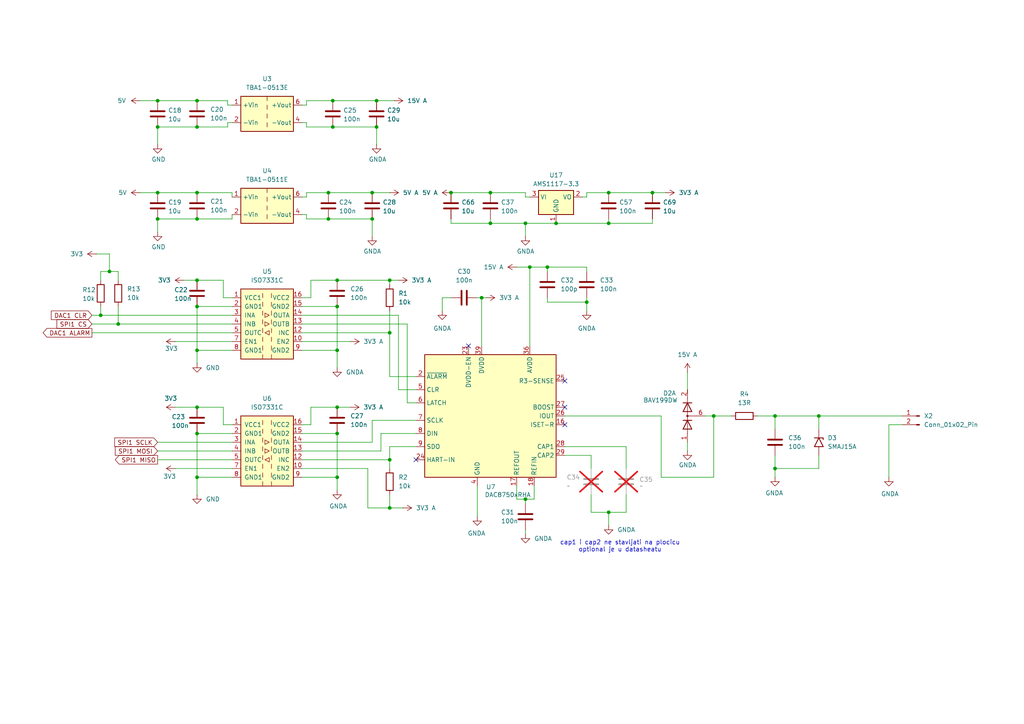
<source format=kicad_sch>
(kicad_sch (version 20250114) (generator "eeschema") (generator_version "9.0")
  (paper "A4")
  (title_block (title "Analogni izlaz 4 - 20 mA") (date "2025-05-20") (rev "V1") (company "TVZ"))
  (lib_symbols
    (symbol "Analog_DAC:DAC8750xRHA"
      (property "Reference" "U2" (at 2.54 -20.574 0))
      (property "Value" "DAC8750xRHA" (at 2.1433 -22.86 0))
      (symbol "DAC8750xRHA_1_1"
        (rectangle (start -15.24 17.78) (end 22.86 -17.78) (stroke (width 0.254)) (fill (type background)))
        (pin open_collector line (at -17.78 11.43 0) (length 2.54) (name "~{ALARM}") (number "2"))
        (pin input line (at -17.78 7.62 0) (length 2.54) (name "CLR") (number "5"))
        (pin input line (at -17.78 3.81 0) (length 2.54) (name "LATCH") (number "6"))
        (pin input line (at -17.78 -1.27 0) (length 2.54) (name "SCLK") (number "7"))
        (pin input line (at -17.78 -5.08 0) (length 2.54) (name "DIN") (number "8"))
        (pin output line (at -17.78 -8.89 0) (length 2.54) (name "SDO") (number "9"))
        (pin input line (at -17.78 -12.7 0) (length 2.54) (name "HART-IN") (number "24"))
        (pin no_connect line (at -10.16 2.54 0) (length 2.54) (hide yes) (name "NC") (number "21"))
        (pin no_connect line (at -10.16 -2.54 0) (length 2.54) (hide yes) (name "NC") (number "1"))
        (pin no_connect line (at -10.16 -7.62 0) (length 2.54) (hide yes) (name "NC") (number "40"))
        (pin no_connect line (at -10.16 -10.16 0) (length 2.54) (hide yes) (name "NC") (number "38"))
        (pin no_connect line (at -10.16 -12.7 0) (length 2.54) (hide yes) (name "NC") (number "10"))
        (pin no_connect line (at -5.08 17.78 270) (length 2.54) (hide yes) (name "NC") (number "11"))
        (pin no_connect line (at -5.08 -17.78 90) (length 2.54) (hide yes) (name "NC") (number "30"))
        (pin input line (at -2.54 20.32 270) (length 2.54) (name "DVDD-EN") (number "23"))
        (pin no_connect line (at -2.54 17.78 270) (length 2.54) (hide yes) (name "NC") (number "22"))
        (pin no_connect line (at -2.54 -17.78 90) (length 2.54) (hide yes) (name "NC") (number "31"))
        (pin passive line (at 0 -20.32 90) (length 2.54) (hide yes) (name "GND") (number "12"))
        (pin passive line (at 0 -20.32 90) (length 2.54) (hide yes) (name "GND") (number "13"))
        (pin passive line (at 0 -20.32 90) (length 2.54) (hide yes) (name "GND") (number "14"))
        (pin passive line (at 0 -20.32 90) (length 2.54) (hide yes) (name "GND") (number "15"))
        (pin passive line (at 0 -20.32 90) (length 2.54) (hide yes) (name "GND") (number "3"))
        (pin passive line (at 0 -20.32 90) (length 2.54) (hide yes) (name "GND") (number "37"))
        (pin power_in line (at 0 -20.32 90) (length 2.54) (name "GND") (number "4"))
        (pin passive line (at 0 -20.32 90) (length 2.54) (hide yes) (name "GND") (number "41"))
        (pin power_in line (at 1.27 20.32 270) (length 2.54) (name "DVDD") (number "39"))
        (pin no_connect line (at 2.54 -17.78 90) (length 2.54) (hide yes) (name "NC") (number "32"))
        (pin no_connect line (at 5.08 -17.78 90) (length 2.54) (hide yes) (name "NC") (number "33"))
        (pin no_connect line (at 10.16 10.16 180) (length 2.54) (hide yes) (name "NC") (number "20"))
        (pin no_connect line (at 10.16 5.08 180) (length 2.54) (hide yes) (name "NC") (number "35"))
        (pin no_connect line (at 10.16 2.54 180) (length 2.54) (hide yes) (name "NC") (number "34"))
        (pin no_connect line (at 10.16 -7.62 180) (length 2.54) (hide yes) (name "NC") (number "19"))
        (pin output line (at 11.43 -20.32 90) (length 2.54) (name "REFOUT") (number "17"))
        (pin power_in line (at 15.24 20.32 270) (length 2.54) (name "AVDD") (number "36"))
        (pin input line (at 16.51 -20.32 90) (length 2.54) (name "REFIN") (number "18"))
        (pin output line (at 25.4 10.16 180) (length 2.54) (name "R3-SENSE") (number "25"))
        (pin output line (at 25.4 2.54 180) (length 2.54) (name "BOOST") (number "27"))
        (pin output line (at 25.4 0 180) (length 2.54) (name "IOUT") (number "26"))
        (pin passive line (at 25.4 -2.54 180) (length 2.54) (name "ISET-R") (number "16"))
        (pin passive line (at 25.4 -8.89 180) (length 2.54) (name "CAP1") (number "28"))
        (pin passive line (at 25.4 -11.43 180) (length 2.54) (name "CAP2") (number "29"))
      )
    )
    (symbol "Connector:Conn_01x02_Pin" (pin_names (offset 1.016) (hide yes))
      (property "Reference" "J" (at 0 2.54 0))
      (property "Value" "Conn_01x02_Pin" (at 0 -5.08 0))
      (symbol "Conn_01x02_Pin_1_1"
        (rectangle (start 0.8636 0.127) (end 0 -0.127) (stroke (width 0.1524)) (fill (type outline)))
        (rectangle (start 0.8636 -2.413) (end 0 -2.667) (stroke (width 0.1524)) (fill (type outline)))
        (polyline (pts (xy 1.27 0) (xy 0.8636 0)) (stroke (width 0.1524)))
        (polyline (pts (xy 1.27 -2.54) (xy 0.8636 -2.54)) (stroke (width 0.1524)))
        (pin passive line (at 5.08 0 180) (length 3.81) (name "Pin_1") (number "1"))
        (pin passive line (at 5.08 -2.54 180) (length 3.81) (name "Pin_2") (number "2"))
      )
    )
    (symbol "Converter_DCDC:TBA1-0511E"
      (property "Reference" "U" (at -6.35 6.35 0))
      (property "Value" "TBA1-0511E" (at 2.54 6.35 0))
      (symbol "TBA1-0511E_0_1"
        (rectangle (start -7.62 5.08) (end 7.62 -5.08) (stroke (width 0.254)) (fill (type background)))
        (polyline (pts (xy 0 5.08) (xy 0 3.81)))
        (polyline (pts (xy 0 2.54) (xy 0 1.27)))
        (polyline (pts (xy 0 0) (xy 0 -1.27)))
        (polyline (pts (xy 0 -2.54) (xy 0 -3.81)))
      )
      (symbol "TBA1-0511E_1_1"
        (pin power_in line (at -10.16 2.54 0) (length 2.54) (name "+Vin") (number "1"))
        (pin power_in line (at -10.16 -2.54 0) (length 2.54) (name "-Vin") (number "2"))
        (pin power_out line (at 10.16 2.54 180) (length 2.54) (name "+Vout") (number "6"))
        (pin power_out line (at 10.16 -2.54 180) (length 2.54) (name "-Vout") (number "4"))
      )
    )
    (symbol "Converter_DCDC:TBA1-0513E"
      (property "Reference" "U" (at -6.35 6.35 0))
      (property "Value" "TBA1-0513E" (at 2.54 6.35 0))
      (symbol "TBA1-0513E_0_1"
        (rectangle (start -7.62 5.08) (end 7.62 -5.08) (stroke (width 0.254)) (fill (type background)))
        (polyline (pts (xy 0 5.08) (xy 0 3.81)))
        (polyline (pts (xy 0 2.54) (xy 0 1.27)))
        (polyline (pts (xy 0 0) (xy 0 -1.27)))
        (polyline (pts (xy 0 -2.54) (xy 0 -3.81)))
      )
      (symbol "TBA1-0513E_1_1"
        (pin power_in line (at -10.16 2.54 0) (length 2.54) (name "+Vin") (number "1"))
        (pin power_in line (at -10.16 -2.54 0) (length 2.54) (name "-Vin") (number "2"))
        (pin power_out line (at 10.16 2.54 180) (length 2.54) (name "+Vout") (number "6"))
        (pin power_out line (at 10.16 -2.54 180) (length 2.54) (name "-Vout") (number "4"))
      )
    )
    (symbol "Device:C" (pin_numbers (hide yes)) (pin_names (offset 0.254))
      (property "Reference" "C" (at 0.635 2.54 0))
      (property "Value" "C" (at 0.635 -2.54 0))
      (symbol "C_0_1"
        (polyline (pts (xy -2.032 0.762) (xy 2.032 0.762)) (stroke (width 0.508)))
        (polyline (pts (xy -2.032 -0.762) (xy 2.032 -0.762)) (stroke (width 0.508)))
      )
      (symbol "C_1_1"
        (pin passive line (at 0 3.81 270) (length 2.794) (name "~") (number "1"))
        (pin passive line (at 0 -3.81 90) (length 2.794) (name "~") (number "2"))
      )
    )
    (symbol "Device:R" (pin_numbers (hide yes)) (pin_names (offset 0))
      (property "Reference" "R" (at 2.032 0 90))
      (property "Value" "R" (at 0 0 90))
      (symbol "R_0_1"
        (rectangle (start -1.016 -2.54) (end 1.016 2.54) (stroke (width 0.254)))
      )
      (symbol "R_1_1"
        (pin passive line (at 0 3.81 270) (length 1.27) (name "~") (number "1"))
        (pin passive line (at 0 -3.81 90) (length 1.27) (name "~") (number "2"))
      )
    )
    (symbol "Diode:BAV199DW" (pin_names (offset 0.0254) (hide yes))
      (property "Reference" "D" (at 0 2.54 0))
      (property "Value" "BAV199DW" (at 0 5.08 0))
      (symbol "BAV199DW_0_1"
        (polyline (pts (xy -5.08 0) (xy 5.08 0)))
        (polyline (pts (xy -3.81 1.27) (xy -1.27 0) (xy -3.81 -1.27) (xy -3.81 1.27) (xy -3.81 1.27) (xy -3.81 1.27)) (stroke (width 0.254)))
        (polyline (pts (xy -1.27 -1.27) (xy -1.27 1.27) (xy -1.27 1.27)) (stroke (width 0.254)))
        (polyline (pts (xy 0 0) (xy 0 -2.54)))
        (circle (center 0 0) (radius 0.254) (fill (type outline)))
        (polyline (pts (xy 1.27 1.27) (xy 3.81 0) (xy 1.27 -1.27) (xy 1.27 1.27) (xy 1.27 1.27) (xy 1.27 1.27)) (stroke (width 0.254)))
        (polyline (pts (xy 3.81 1.27) (xy 3.81 -1.27) (xy 3.81 -1.27)) (stroke (width 0.254)))
      )
      (symbol "BAV199DW_1_1"
        (polyline (pts (xy 6.35 0) (xy 7.62 0)))
        (pin passive line (at -7.62 0 0) (length 2.54) (name "A1") (number "1"))
        (pin passive line (at 0 -5.08 90) (length 2.54) (name "K3A4") (number "6"))
        (pin passive line (at 7.62 0 180) (length 2.54) (name "K2") (number "2"))
      )
      (symbol "BAV199DW_2_1"
        (polyline (pts (xy 6.35 0) (xy 7.62 0)))
        (pin passive line (at -7.62 0 0) (length 2.54) (name "A3") (number "4"))
        (pin passive line (at 0 -5.08 90) (length 2.54) (name "K1A2") (number "3"))
        (pin passive line (at 7.62 0 180) (length 2.54) (name "K4") (number "5"))
      )
    )
    (symbol "Diode:SMAJ15A" (pin_numbers (hide yes)) (pin_names (offset 1.016) (hide yes))
      (property "Reference" "D" (at 0 2.54 0))
      (property "Value" "SMAJ15A" (at 0 -2.54 0))
      (symbol "SMAJ15A_0_1"
        (polyline (pts (xy -0.762 1.27) (xy -1.27 1.27) (xy -1.27 -1.27)) (stroke (width 0.254)))
        (polyline (pts (xy 1.27 1.27) (xy 1.27 -1.27) (xy -1.27 0) (xy 1.27 1.27)) (stroke (width 0.254)))
      )
      (symbol "SMAJ15A_1_1"
        (pin passive line (at -3.81 0 0) (length 2.54) (name "A1") (number "1"))
        (pin passive line (at 3.81 0 180) (length 2.54) (name "A2") (number "2"))
      )
    )
    (symbol "ISO7331C_1" (pin_names (offset 1.016))
      (property "Reference" "U7" (at 0 26.67 0))
      (property "Value" "ISO7331C" (at 0 24.13 0))
      (symbol "ISO7331C_1_0_1"
        (rectangle (start -7.62 10.16) (end 7.62 -10.16) (stroke (width 0.254)) (fill (type background)))
        (polyline (pts (xy -1.27 8.89) (xy -1.27 7.62)))
        (polyline (pts (xy -1.27 6.35) (xy -1.27 5.08)))
        (polyline (pts (xy -1.27 3.81) (xy -1.27 2.54)))
        (polyline (pts (xy -1.27 1.27) (xy -1.27 0)))
        (polyline (pts (xy -1.27 -1.27) (xy -1.27 -2.54)))
        (polyline (pts (xy -1.27 -3.81) (xy -1.27 -5.08)))
        (polyline (pts (xy -1.27 -6.35) (xy -1.27 -7.62)))
        (polyline (pts (xy -1.27 -8.89) (xy -1.27 -10.16)))
        (polyline (pts (xy -0.635 3.175) (xy -0.635 1.905) (xy 0.635 2.54) (xy -0.635 3.175)))
        (polyline (pts (xy -0.635 0.635) (xy -0.635 -0.635) (xy 0.635 0) (xy -0.635 0.635)))
        (polyline (pts (xy -0.635 -2.54) (xy 0.635 -1.905) (xy 0.635 -3.175) (xy -0.635 -2.54)))
        (polyline (pts (xy 1.27 8.89) (xy 1.27 7.62)))
        (polyline (pts (xy 1.27 6.35) (xy 1.27 5.08)))
        (polyline (pts (xy 1.27 3.81) (xy 1.27 2.54)))
        (polyline (pts (xy 1.27 1.27) (xy 1.27 0)))
        (polyline (pts (xy 1.27 -1.27) (xy 1.27 -2.54)))
        (polyline (pts (xy 1.27 -3.81) (xy 1.27 -5.08)))
        (polyline (pts (xy 1.27 -6.35) (xy 1.27 -7.62)))
        (polyline (pts (xy 1.27 -8.89) (xy 1.27 -10.16)))
      )
      (symbol "ISO7331C_1_1_1"
        (pin power_in line (at -10.16 7.62 0) (length 2.54) (name "VCC1") (number "1"))
        (pin power_in line (at -10.16 5.08 0) (length 2.54) (name "GND1") (number "2"))
        (pin input line (at -10.16 2.54 0) (length 2.54) (name "INA") (number "3"))
        (pin input line (at -10.16 0 0) (length 2.54) (name "INB") (number "4"))
        (pin output line (at -10.16 -2.54 0) (length 2.54) (name "OUTC") (number "5"))
        (pin input line (at -10.16 -5.08 0) (length 2.54) (name "EN1") (number "7"))
        (pin power_in line (at -10.16 -7.62 0) (length 2.54) (name "GND1") (number "8"))
        (pin no_connect line (at 0 10.16 270) (length 2.54) (hide yes) (name "NC") (number "11"))
        (pin no_connect line (at 0 -10.16 90) (length 2.54) (hide yes) (name "NC") (number "6"))
        (pin power_in line (at 10.16 7.62 180) (length 2.54) (name "VCC2") (number "16"))
        (pin power_in line (at 10.16 5.08 180) (length 2.54) (name "GND2") (number "15"))
        (pin output line (at 10.16 2.54 180) (length 2.54) (name "OUTA") (number "14"))
        (pin output line (at 10.16 0 180) (length 2.54) (name "OUTB") (number "13"))
        (pin input line (at 10.16 -2.54 180) (length 2.54) (name "INC") (number "12"))
        (pin input line (at 10.16 -5.08 180) (length 2.54) (name "EN2") (number "10"))
        (pin power_in line (at 10.16 -7.62 180) (length 2.54) (name "GND2") (number "9"))
      )
    )
    (symbol "Regulator_Linear:AMS1117-3.3"
      (property "Reference" "U" (at -3.81 3.175 0))
      (property "Value" "AMS1117-3.3" (at 0 3.175 0))
      (symbol "AMS1117-3.3_0_1"
        (rectangle (start -5.08 -5.08) (end 5.08 1.905) (stroke (width 0.254)) (fill (type background)))
      )
      (symbol "AMS1117-3.3_1_1"
        (pin power_in line (at -7.62 0 0) (length 2.54) (name "VI") (number "3"))
        (pin power_in line (at 0 -7.62 90) (length 2.54) (name "GND") (number "1"))
        (pin power_out line (at 7.62 0 180) (length 2.54) (name "VO") (number "2"))
      )
    )
    (symbol "power:+24V" (power) (pin_numbers (hide yes)) (pin_names (offset 0) (hide yes))
      (property "Value" "+24V" (at 0 3.556 0))
      (symbol "+24V_0_1"
        (polyline (pts (xy -0.762 1.27) (xy 0 2.54)))
        (polyline (pts (xy 0 2.54) (xy 0.762 1.27)))
        (polyline (pts (xy 0 0) (xy 0 2.54)))
      )
      (symbol "+24V_1_1"
        (pin power_in line (at 0 0 90) (length 0) (name "~") (number "1"))
      )
    )
    (symbol "power:+5V" (power) (pin_numbers (hide yes)) (pin_names (offset 0) (hide yes))
      (property "Value" "+5V" (at 0 3.556 0))
      (symbol "+5V_0_1"
        (polyline (pts (xy -0.762 1.27) (xy 0 2.54)))
        (polyline (pts (xy 0 2.54) (xy 0.762 1.27)))
        (polyline (pts (xy 0 0) (xy 0 2.54)))
      )
      (symbol "+5V_1_1"
        (pin power_in line (at 0 0 90) (length 0) (name "~") (number "1"))
      )
    )
    (symbol "power:GND2" (power) (pin_numbers (hide yes)) (pin_names (offset 0) (hide yes))
      (property "Value" "GND2" (at 0 -3.81 0))
      (symbol "GND2_0_1"
        (polyline (pts (xy 0 0) (xy 0 -1.27) (xy 1.27 -1.27) (xy 0 -2.54) (xy -1.27 -1.27) (xy 0 -1.27)))
      )
      (symbol "GND2_1_1"
        (pin power_in line (at 0 0 270) (length 0) (name "~") (number "1"))
      )
    )
  )
  (text "cap1 i cap2 ne stavljati na plocicu\noptional je u datasheatu\n" (at 179.832 158.496 0) (effects (font (size 1.27 1.27))))
  (junction (at 152.4 64.77))
  (junction (at 97.79 118.11))
  (junction (at 107.95 63.5))
  (junction (at 57.15 29.21))
  (junction (at 224.79 135.89))
  (junction (at 57.15 101.6))
  (junction (at 95.25 63.5))
  (junction (at 57.15 125.73))
  (junction (at 45.72 55.88))
  (junction (at 34.29 93.98))
  (junction (at 31.75 78.74))
  (junction (at 96.52 36.83))
  (junction (at 57.15 63.5))
  (junction (at 97.79 101.6))
  (junction (at 45.72 63.5))
  (junction (at 109.22 29.21))
  (junction (at 170.18 87.63))
  (junction (at 57.15 88.9))
  (junction (at 142.24 55.88))
  (junction (at 97.79 138.43))
  (junction (at 107.95 55.88))
  (junction (at 45.72 29.21))
  (junction (at 158.75 77.47))
  (junction (at 97.79 81.28))
  (junction (at 139.7 86.36))
  (junction (at 57.15 138.43))
  (junction (at 113.03 133.35))
  (junction (at 57.15 81.28))
  (junction (at 45.72 36.83))
  (junction (at 152.4 144.78))
  (junction (at 142.24 64.77))
  (junction (at 97.79 125.73))
  (junction (at 109.22 36.83))
  (junction (at 57.15 55.88))
  (junction (at 95.25 55.88))
  (junction (at 153.67 77.47))
  (junction (at 113.03 96.52))
  (junction (at 176.53 148.59))
  (junction (at 224.79 120.65))
  (junction (at 130.81 55.88))
  (junction (at 176.53 64.77))
  (junction (at 57.15 118.11))
  (junction (at 161.29 64.77))
  (junction (at 113.03 147.32))
  (junction (at 189.23 55.88))
  (junction (at 176.53 55.88))
  (junction (at 96.52 29.21))
  (junction (at 29.21 91.44))
  (junction (at 57.15 36.83))
  (junction (at 97.79 88.9))
  (junction (at 207.01 120.65))
  (junction (at 113.03 81.28))
  (junction (at 237.49 120.65))
  (no_connect (at 135.89 100.33))
  (no_connect (at 163.83 110.49))
  (no_connect (at 163.83 118.11))
  (no_connect (at 120.65 133.35))
  (no_connect (at 163.83 123.19))
  (wire (pts (xy 130.81 64.77) (xy 142.24 64.77)))
  (wire (pts (xy 95.25 55.88) (xy 107.95 55.88)))
  (wire (pts (xy 115.57 91.44) (xy 115.57 113.03)))
  (wire (pts (xy 29.21 78.74) (xy 31.75 78.74)))
  (wire (pts (xy 50.8 118.11) (xy 57.15 118.11)))
  (wire (pts (xy 45.72 55.88) (xy 57.15 55.88)))
  (wire (pts (xy 87.63 86.36) (xy 90.17 86.36)))
  (wire (pts (xy 66.04 30.48) (xy 66.04 29.21)))
  (wire (pts (xy 139.7 86.36) (xy 138.43 86.36)))
  (wire (pts (xy 87.63 138.43) (xy 97.79 138.43)))
  (wire (pts (xy 199.39 107.95) (xy 199.39 113.03)))
  (wire (pts (xy 45.72 29.21) (xy 57.15 29.21)))
  (wire (pts (xy 88.9 55.88) (xy 95.25 55.88)))
  (wire (pts (xy 109.22 29.21) (xy 114.3 29.21)))
  (wire (pts (xy 224.79 135.89) (xy 237.49 135.89)))
  (wire (pts (xy 107.95 128.27) (xy 107.95 121.92)))
  (wire (pts (xy 219.71 120.65) (xy 224.79 120.65)))
  (wire (pts (xy 163.83 120.65) (xy 191.77 120.65)))
  (wire (pts (xy 158.75 77.47) (xy 158.75 78.74)))
  (wire (pts (xy 110.49 125.73) (xy 120.65 125.73)))
  (wire (pts (xy 113.03 133.35) (xy 113.03 129.54)))
  (wire (pts (xy 171.45 148.59) (xy 176.53 148.59)))
  (wire (pts (xy 153.67 77.47) (xy 153.67 100.33)))
  (wire (pts (xy 115.57 113.03) (xy 120.65 113.03)))
  (wire (pts (xy 87.63 96.52) (xy 113.03 96.52)))
  (wire (pts (xy 106.68 135.89) (xy 106.68 147.32)))
  (wire (pts (xy 113.03 90.17) (xy 113.03 96.52)))
  (wire (pts (xy 87.63 91.44) (xy 115.57 91.44)))
  (wire (pts (xy 96.52 29.21) (xy 109.22 29.21)))
  (wire (pts (xy 87.63 101.6) (xy 97.79 101.6)))
  (wire (pts (xy 88.9 36.83) (xy 96.52 36.83)))
  (wire (pts (xy 176.53 148.59) (xy 181.61 148.59)))
  (wire (pts (xy 128.27 86.36) (xy 130.81 86.36)))
  (wire (pts (xy 168.91 57.15) (xy 170.18 57.15)))
  (wire (pts (xy 97.79 142.24) (xy 97.79 138.43)))
  (wire (pts (xy 107.95 63.5) (xy 107.95 68.58)))
  (wire (pts (xy 26.67 91.44) (xy 29.21 91.44)))
  (wire (pts (xy 161.29 64.77) (xy 176.53 64.77)))
  (wire (pts (xy 152.4 64.77) (xy 152.4 68.58)))
  (wire (pts (xy 257.81 123.19) (xy 257.81 138.43)))
  (wire (pts (xy 152.4 144.78) (xy 152.4 146.05)))
  (wire (pts (xy 189.23 55.88) (xy 193.04 55.88)))
  (wire (pts (xy 87.63 62.23) (xy 88.9 62.23)))
  (wire (pts (xy 120.65 116.84) (xy 118.11 116.84)))
  (wire (pts (xy 116.84 147.32) (xy 113.03 147.32)))
  (wire (pts (xy 237.49 120.65) (xy 224.79 120.65)))
  (wire (pts (xy 237.49 124.46) (xy 237.49 120.65)))
  (wire (pts (xy 87.63 135.89) (xy 106.68 135.89)))
  (wire (pts (xy 154.94 140.97) (xy 154.94 144.78)))
  (wire (pts (xy 45.72 130.81) (xy 67.31 130.81)))
  (wire (pts (xy 26.67 93.98) (xy 34.29 93.98)))
  (wire (pts (xy 87.63 130.81) (xy 110.49 130.81)))
  (wire (pts (xy 40.64 55.88) (xy 45.72 55.88)))
  (wire (pts (xy 45.72 128.27) (xy 67.31 128.27)))
  (wire (pts (xy 88.9 35.56) (xy 88.9 36.83)))
  (wire (pts (xy 106.68 147.32) (xy 113.03 147.32)))
  (wire (pts (xy 113.03 143.51) (xy 113.03 147.32)))
  (wire (pts (xy 31.75 78.74) (xy 34.29 78.74)))
  (wire (pts (xy 149.86 140.97) (xy 149.86 144.78)))
  (wire (pts (xy 237.49 120.65) (xy 261.62 120.65)))
  (wire (pts (xy 57.15 63.5) (xy 67.31 63.5)))
  (wire (pts (xy 170.18 86.36) (xy 170.18 87.63)))
  (wire (pts (xy 29.21 88.9) (xy 29.21 91.44)))
  (wire (pts (xy 87.63 123.19) (xy 90.17 123.19)))
  (wire (pts (xy 142.24 63.5) (xy 142.24 64.77)))
  (wire (pts (xy 45.72 36.83) (xy 45.72 41.91)))
  (wire (pts (xy 66.04 35.56) (xy 66.04 36.83)))
  (wire (pts (xy 57.15 125.73) (xy 67.31 125.73)))
  (wire (pts (xy 113.03 82.55) (xy 113.03 81.28)))
  (wire (pts (xy 158.75 87.63) (xy 170.18 87.63)))
  (wire (pts (xy 34.29 88.9) (xy 34.29 93.98)))
  (wire (pts (xy 113.03 133.35) (xy 113.03 135.89)))
  (wire (pts (xy 224.79 135.89) (xy 224.79 138.43)))
  (wire (pts (xy 153.67 57.15) (xy 152.4 57.15)))
  (wire (pts (xy 53.34 81.28) (xy 57.15 81.28)))
  (wire (pts (xy 67.31 123.19) (xy 64.77 123.19)))
  (wire (pts (xy 34.29 78.74) (xy 34.29 81.28)))
  (wire (pts (xy 87.63 99.06) (xy 101.6 99.06)))
  (wire (pts (xy 87.63 30.48) (xy 88.9 30.48)))
  (wire (pts (xy 67.31 63.5) (xy 67.31 62.23)))
  (wire (pts (xy 97.79 101.6) (xy 97.79 106.68)))
  (wire (pts (xy 207.01 138.43) (xy 207.01 120.65)))
  (wire (pts (xy 57.15 88.9) (xy 57.15 101.6)))
  (wire (pts (xy 152.4 57.15) (xy 152.4 55.88)))
  (wire (pts (xy 163.83 129.54) (xy 181.61 129.54)))
  (wire (pts (xy 170.18 77.47) (xy 158.75 77.47)))
  (wire (pts (xy 237.49 135.89) (xy 237.49 132.08)))
  (wire (pts (xy 45.72 63.5) (xy 45.72 67.31)))
  (wire (pts (xy 87.63 128.27) (xy 107.95 128.27)))
  (wire (pts (xy 142.24 64.77) (xy 152.4 64.77)))
  (wire (pts (xy 224.79 132.08) (xy 224.79 135.89)))
  (wire (pts (xy 170.18 55.88) (xy 176.53 55.88)))
  (wire (pts (xy 67.31 35.56) (xy 66.04 35.56)))
  (wire (pts (xy 66.04 29.21) (xy 57.15 29.21)))
  (wire (pts (xy 181.61 148.59) (xy 181.61 143.51)))
  (wire (pts (xy 149.86 77.47) (xy 153.67 77.47)))
  (wire (pts (xy 88.9 29.21) (xy 96.52 29.21)))
  (wire (pts (xy 113.03 129.54) (xy 120.65 129.54)))
  (wire (pts (xy 57.15 101.6) (xy 67.31 101.6)))
  (wire (pts (xy 158.75 77.47) (xy 153.67 77.47)))
  (wire (pts (xy 27.94 73.66) (xy 31.75 73.66)))
  (wire (pts (xy 67.31 55.88) (xy 67.31 57.15)))
  (wire (pts (xy 181.61 129.54) (xy 181.61 135.89)))
  (wire (pts (xy 57.15 55.88) (xy 67.31 55.88)))
  (wire (pts (xy 64.77 81.28) (xy 64.77 86.36)))
  (wire (pts (xy 45.72 36.83) (xy 57.15 36.83)))
  (wire (pts (xy 170.18 78.74) (xy 170.18 77.47)))
  (wire (pts (xy 90.17 123.19) (xy 90.17 118.11)))
  (wire (pts (xy 107.95 121.92) (xy 120.65 121.92)))
  (wire (pts (xy 109.22 36.83) (xy 109.22 41.91)))
  (wire (pts (xy 113.03 96.52) (xy 113.03 109.22)))
  (wire (pts (xy 96.52 36.83) (xy 109.22 36.83)))
  (wire (pts (xy 87.63 133.35) (xy 113.03 133.35)))
  (wire (pts (xy 87.63 125.73) (xy 97.79 125.73)))
  (wire (pts (xy 171.45 143.51) (xy 171.45 148.59)))
  (wire (pts (xy 45.72 133.35) (xy 67.31 133.35)))
  (wire (pts (xy 67.31 30.48) (xy 66.04 30.48)))
  (wire (pts (xy 64.77 86.36) (xy 67.31 86.36)))
  (wire (pts (xy 57.15 118.11) (xy 64.77 118.11)))
  (wire (pts (xy 88.9 57.15) (xy 88.9 55.88)))
  (wire (pts (xy 139.7 100.33) (xy 139.7 86.36)))
  (wire (pts (xy 57.15 125.73) (xy 57.15 138.43)))
  (wire (pts (xy 57.15 138.43) (xy 57.15 143.51)))
  (wire (pts (xy 191.77 120.65) (xy 191.77 138.43)))
  (wire (pts (xy 97.79 118.11) (xy 101.6 118.11)))
  (wire (pts (xy 29.21 91.44) (xy 67.31 91.44)))
  (wire (pts (xy 57.15 36.83) (xy 66.04 36.83)))
  (wire (pts (xy 87.63 35.56) (xy 88.9 35.56)))
  (wire (pts (xy 88.9 62.23) (xy 88.9 63.5)))
  (wire (pts (xy 154.94 144.78) (xy 152.4 144.78)))
  (wire (pts (xy 113.03 109.22) (xy 120.65 109.22)))
  (wire (pts (xy 199.39 128.27) (xy 199.39 130.81)))
  (wire (pts (xy 128.27 90.17) (xy 128.27 86.36)))
  (wire (pts (xy 176.53 148.59) (xy 176.53 152.4)))
  (wire (pts (xy 139.7 86.36) (xy 140.97 86.36)))
  (wire (pts (xy 95.25 63.5) (xy 107.95 63.5)))
  (wire (pts (xy 87.63 88.9) (xy 97.79 88.9)))
  (wire (pts (xy 57.15 101.6) (xy 57.15 105.41)))
  (wire (pts (xy 107.95 55.88) (xy 113.03 55.88)))
  (wire (pts (xy 40.64 29.21) (xy 45.72 29.21)))
  (wire (pts (xy 90.17 81.28) (xy 97.79 81.28)))
  (wire (pts (xy 90.17 118.11) (xy 97.79 118.11)))
  (wire (pts (xy 138.43 140.97) (xy 138.43 149.86)))
  (wire (pts (xy 45.72 63.5) (xy 57.15 63.5)))
  (wire (pts (xy 176.53 55.88) (xy 189.23 55.88)))
  (wire (pts (xy 113.03 81.28) (xy 115.57 81.28)))
  (wire (pts (xy 29.21 81.28) (xy 29.21 78.74)))
  (wire (pts (xy 189.23 63.5) (xy 189.23 64.77)))
  (wire (pts (xy 176.53 64.77) (xy 189.23 64.77)))
  (wire (pts (xy 97.79 81.28) (xy 113.03 81.28)))
  (wire (pts (xy 152.4 55.88) (xy 142.24 55.88)))
  (wire (pts (xy 130.81 63.5) (xy 130.81 64.77)))
  (wire (pts (xy 50.8 135.89) (xy 67.31 135.89)))
  (wire (pts (xy 90.17 86.36) (xy 90.17 81.28)))
  (wire (pts (xy 118.11 93.98) (xy 87.63 93.98)))
  (wire (pts (xy 152.4 64.77) (xy 161.29 64.77)))
  (wire (pts (xy 88.9 30.48) (xy 88.9 29.21)))
  (wire (pts (xy 158.75 86.36) (xy 158.75 87.63)))
  (wire (pts (xy 170.18 87.63) (xy 170.18 90.17)))
  (wire (pts (xy 57.15 138.43) (xy 67.31 138.43)))
  (wire (pts (xy 50.8 99.06) (xy 67.31 99.06)))
  (wire (pts (xy 34.29 93.98) (xy 67.31 93.98)))
  (wire (pts (xy 152.4 153.67) (xy 152.4 154.94)))
  (wire (pts (xy 57.15 81.28) (xy 64.77 81.28)))
  (wire (pts (xy 97.79 88.9) (xy 97.79 101.6)))
  (wire (pts (xy 26.67 96.52) (xy 67.31 96.52)))
  (wire (pts (xy 118.11 116.84) (xy 118.11 93.98)))
  (wire (pts (xy 149.86 144.78) (xy 152.4 144.78)))
  (wire (pts (xy 163.83 132.08) (xy 171.45 132.08)))
  (wire (pts (xy 207.01 120.65) (xy 212.09 120.65)))
  (wire (pts (xy 31.75 73.66) (xy 31.75 78.74)))
  (wire (pts (xy 257.81 123.19) (xy 261.62 123.19)))
  (wire (pts (xy 87.63 57.15) (xy 88.9 57.15)))
  (wire (pts (xy 64.77 123.19) (xy 64.77 118.11)))
  (wire (pts (xy 57.15 88.9) (xy 67.31 88.9)))
  (wire (pts (xy 224.79 120.65) (xy 224.79 124.46)))
  (wire (pts (xy 88.9 63.5) (xy 95.25 63.5)))
  (wire (pts (xy 176.53 63.5) (xy 176.53 64.77)))
  (wire (pts (xy 110.49 130.81) (xy 110.49 125.73)))
  (wire (pts (xy 130.81 55.88) (xy 142.24 55.88)))
  (wire (pts (xy 171.45 132.08) (xy 171.45 135.89)))
  (wire (pts (xy 204.47 120.65) (xy 207.01 120.65)))
  (wire (pts (xy 191.77 138.43) (xy 207.01 138.43)))
  (wire (pts (xy 97.79 125.73) (xy 97.79 138.43)))
  (wire (pts (xy 170.18 57.15) (xy 170.18 55.88)))
  (global_label "SPI1 CS" (shape input) (at 26.67 93.98 180) (property "Intersheetrefs" "${INTERSHEET_REFS}" (effects (hide yes))))
  (global_label "DAC1 ALARM" (shape output) (at 26.67 96.52 180) (property "Intersheetrefs" "${INTERSHEET_REFS}" (effects (hide yes))))
  (global_label "SPI1 MISO" (shape output) (at 45.72 133.35 180) (property "Intersheetrefs" "${INTERSHEET_REFS}" (effects (hide yes))))
  (global_label "SPI1 SCLK" (shape input) (at 45.72 128.27 180) (property "Intersheetrefs" "${INTERSHEET_REFS}" (effects (hide yes))))
  (global_label "DAC1 CLR" (shape input) (at 26.67 91.44 180) (property "Intersheetrefs" "${INTERSHEET_REFS}" (effects (hide yes))))
  (global_label "SPI1 MOSI" (shape input) (at 45.72 130.81 180) (property "Intersheetrefs" "${INTERSHEET_REFS}" (effects (hide yes))))
  (symbol (lib_id "Device:C") (at 45.72 59.69 180) (unit 1)
    (property "Reference" "C19" (at 48.768 58.674 0) (effects (justify right)))
    (property "Value" "10u" (at 48.768 61.214 0) (effects (justify right)))
    (property "Footprint" "Capacitor_SMD:C_1206_3216Metric_Pad1.33x1.80mm_HandSolder" (effects (hide yes)))
    (property "Description" "Unpolarized capacitor" (effects (hide yes)))
  )
  (symbol (lib_id "Device:C") (at 181.61 139.7 0) (unit 1) (exclude_from_sim yes) (in_bom no) (on_board no) (dnp yes)
    (property "Reference" "C35" (at 185.42 139.0649 0) (effects (justify left)))
    (property "Value" "~" (at 185.42 140.97 0) (effects (justify left)))
    (property "Footprint" "Capacitor_SMD:C_1206_3216Metric_Pad1.33x1.80mm_HandSolder" (effects (hide yes)))
    (property "Description" "Unpolarized capacitor" (effects (hide yes)))
  )
  (symbol (lib_id "power:GND2") (at 107.95 68.58 0) (unit 1)
    (property "Reference" "#PWR021" (effects (hide yes)))
    (property "Value" "GNDA" (at 105.41 72.898 0) (effects (justify left)))
    (property "Description" "Power symbol creates a global label with name \"GND2\" , ground" (effects (hide yes)))
  )
  (symbol (lib_id "power:GND2") (at 97.79 142.24 0) (unit 1)
    (property "Reference" "#PWR018" (effects (hide yes)))
    (property "Value" "GNDA" (at 95.504 146.812 0) (effects (justify left)))
    (property "Description" "Power symbol creates a global label with name \"GND2\" , ground" (effects (hide yes)))
  )
  (symbol (lib_id "Device:C") (at 96.52 33.02 180) (unit 1)
    (property "Reference" "C25" (at 99.568 32.004 0) (effects (justify right)))
    (property "Value" "100n" (at 99.568 34.544 0) (effects (justify right)))
    (property "Footprint" "Capacitor_SMD:C_1206_3216Metric_Pad1.33x1.80mm_HandSolder" (effects (hide yes)))
    (property "Description" "Unpolarized capacitor" (effects (hide yes)))
  )
  (symbol (lib_id "Device:C") (at 134.62 86.36 90) (unit 1)
    (property "Reference" "C30" (at 134.62 78.74 90))
    (property "Value" "100n" (at 134.62 81.28 90))
    (property "Footprint" "Capacitor_SMD:C_1206_3216Metric_Pad1.33x1.80mm_HandSolder" (effects (hide yes)))
    (property "Description" "Unpolarized capacitor" (effects (hide yes)))
  )
  (symbol (lib_id "Regulator_Linear:AMS1117-3.3") (at 161.29 57.15 0) (unit 1)
    (property "Reference" "U17" (at 161.29 50.8 0))
    (property "Value" "AMS1117-3.3" (at 161.29 53.34 0))
    (property "Footprint" "Package_TO_SOT_SMD:SOT-223-3_TabPin2" (effects (hide yes)))
    (property "Datasheet" "http://www.advanced-monolithic.com/pdf/ds1117.pdf" (effects (hide yes)))
    (property "Description" "1A Low Dropout regulator, positive, 3.3V fixed output, SOT-223" (effects (hide yes)))
  )
  (symbol (lib_id "power:+24V") (at 101.6 99.06 270) (unit 1)
    (property "Reference" "#PWR019" (effects (hide yes)))
    (property "Value" "3V3 A" (at 105.41 99.0599 90) (effects (justify left)))
    (property "Description" "Power symbol creates a global label with name \"+24V\"" (effects (hide yes)))
  )
  (symbol (lib_id "Device:C") (at 57.15 59.69 180) (unit 1)
    (property "Reference" "C21" (at 60.96 58.4199 0) (effects (justify right)))
    (property "Value" "100n" (at 60.96 60.9599 0) (effects (justify right)))
    (property "Footprint" "Capacitor_SMD:C_1206_3216Metric_Pad1.33x1.80mm_HandSolder" (effects (hide yes)))
    (property "Description" "Unpolarized capacitor" (effects (hide yes)))
  )
  (symbol (lib_id "Device:R") (at 215.9 120.65 90) (unit 1)
    (property "Reference" "R4" (at 215.9 114.3 90))
    (property "Value" "13R" (at 215.9 116.84 90))
    (property "Footprint" "Resistor_SMD:R_0805_2012Metric_Pad1.20x1.40mm_HandSolder" (effects (hide yes)))
    (property "Description" "Resistor" (effects (hide yes)))
  )
  (symbol (lib_id "power:+24V") (at 114.3 29.21 270) (unit 1)
    (property "Reference" "#PWR024" (effects (hide yes)))
    (property "Value" "15V A" (at 118.11 29.2099 90) (effects (justify left)))
    (property "Description" "Power symbol creates a global label with name \"+24V\"" (effects (hide yes)))
  )
  (symbol (lib_id "Device:C") (at 142.24 59.69 180) (unit 1)
    (property "Reference" "C37" (at 145.288 58.674 0) (effects (justify right)))
    (property "Value" "100n" (at 145.288 61.214 0) (effects (justify right)))
    (property "Footprint" "Capacitor_SMD:C_1206_3216Metric_Pad1.33x1.80mm_HandSolder" (effects (hide yes)))
    (property "Description" "Unpolarized capacitor" (effects (hide yes)))
  )
  (symbol (lib_id "power:+24V") (at 149.86 77.47 90) (unit 1)
    (property "Reference" "#PWR032" (effects (hide yes)))
    (property "Value" "15V A" (at 146.05 77.4699 90) (effects (justify left)))
    (property "Description" "Power symbol creates a global label with name \"+24V\"" (effects (hide yes)))
  )
  (symbol (lib_id "power:GND2") (at 176.53 152.4 0) (unit 1)
    (property "Reference" "#PWR033" (effects (hide yes)))
    (property "Value" "GNDA" (at 179.07 153.6699 0) (effects (justify left)))
    (property "Description" "Power symbol creates a global label with name \"GND2\" , ground" (effects (hide yes)))
  )
  (symbol (lib_id "Device:C") (at 176.53 59.69 180) (unit 1)
    (property "Reference" "C57" (at 179.578 58.674 0) (effects (justify right)))
    (property "Value" "100n" (at 179.578 61.214 0) (effects (justify right)))
    (property "Footprint" "Capacitor_SMD:C_1206_3216Metric_Pad1.33x1.80mm_HandSolder" (effects (hide yes)))
    (property "Description" "Unpolarized capacitor" (effects (hide yes)))
  )
  (symbol (lib_id "power:+24V") (at 193.04 55.88 270) (unit 1)
    (property "Reference" "#PWR071" (effects (hide yes)))
    (property "Value" "3V3 A" (at 196.85 55.8799 90) (effects (justify left)))
    (property "Description" "Power symbol creates a global label with name \"+24V\"" (effects (hide yes)))
  )
  (symbol (lib_id "Connector:Conn_01x02_Pin") (at 266.7 120.65 0) (mirror y) (unit 1)
    (property "Reference" "X2" (at 267.97 120.6499 0) (effects (justify right)))
    (property "Value" "Conn_01x02_Pin" (at 267.97 123.1899 0) (effects (justify right)))
    (property "Footprint" "Connector_Phoenix_GMSTB:PhoenixContact_GMSTBA_2,5_2-G-7,62_1x02_P7.62mm_Horizontal" (effects (hide yes)))
    (property "Description" "Generic connector, single row, 01x02, script generated" (effects (hide yes)))
  )
  (symbol (lib_id "Analog_DAC:DAC8750xRHA") (at 138.43 120.65 0) (unit 1)
    (property "Reference" "U7" (at 140.97 141.224 0) (effects (justify left)))
    (property "Value" "DAC8750xRHA" (at 140.5733 143.51 0) (effects (justify left)))
    (property "Footprint" "Package_DFN_QFN:Texas_RHA_VQFN-40-1EP_6x6mm_P0.5mm_EP4.6x4.6mm_ThermalVias" (effects (hide yes)))
    (property "Datasheet" "http://www.ti.com/lit/ds/symlink/dac7750.pdf" (effects (hide yes)))
    (property "Description" "Single-Channel, 16bit Programmable Current Output DAC for 4-mA to 20-mA Current Loop Applications, VQFN-40" (effects (hide yes)))
  )
  (symbol (lib_id "Device:C") (at 57.15 121.92 0) (unit 1)
    (property "Reference" "C23" (at 49.784 120.904 0) (effects (justify left)))
    (property "Value" "100n" (at 49.784 123.444 0) (effects (justify left)))
    (property "Footprint" "Capacitor_SMD:C_1206_3216Metric_Pad1.33x1.80mm_HandSolder" (effects (hide yes)))
    (property "Description" "Unpolarized capacitor" (effects (hide yes)))
  )
  (symbol (lib_id "power:GND2") (at 170.18 90.17 0) (unit 1)
    (property "Reference" "#PWR031" (effects (hide yes)))
    (property "Value" "GNDA" (at 170.18 95.25 0))
    (property "Description" "Power symbol creates a global label with name \"GND2\" , ground" (effects (hide yes)))
  )
  (symbol (lib_id "power:+24V") (at 53.34 81.28 90) (unit 1)
    (property "Reference" "#PWR011" (effects (hide yes)))
    (property "Value" "3V3" (at 49.53 81.2799 90) (effects (justify left)))
    (property "Description" "Power symbol creates a global label with name \"+24V\"" (effects (hide yes)))
  )
  (symbol (lib_id "Converter_DCDC:TBA1-0513E") (at 77.47 33.02 0) (unit 1)
    (property "Reference" "U3" (at 77.47 22.86 0))
    (property "Value" "TBA1-0513E" (at 77.47 25.4 0))
    (property "Footprint" "Converter_DCDC:Converter_DCDC_TRACO_TBA1-xxxxE_Single_THT" (effects (hide yes)))
    (property "Datasheet" "https://www.tracopower.com/products/tba1e.pdf" (effects (hide yes)))
    (property "Description" "1W DC/DC converter unregulated, 4.5-5.5V input, 15V fixed output voltage, 66mA output, 1.5kVDC isolation, SIP-7" (effects (hide yes)))
  )
  (symbol (lib_id "power:+24V") (at 113.03 55.88 270) (unit 1)
    (property "Reference" "#PWR023" (effects (hide yes)))
    (property "Value" "5V A" (at 116.84 55.8799 90) (effects (justify left)))
    (property "Description" "Power symbol creates a global label with name \"+24V\"" (effects (hide yes)))
  )
  (symbol (lib_id "Device:C") (at 189.23 59.69 180) (unit 1)
    (property "Reference" "C69" (at 192.278 58.674 0) (effects (justify right)))
    (property "Value" "10u" (at 192.278 61.214 0) (effects (justify right)))
    (property "Footprint" "Capacitor_SMD:C_1206_3216Metric_Pad1.33x1.80mm_HandSolder" (effects (hide yes)))
    (property "Description" "Unpolarized capacitor" (effects (hide yes)))
  )
  (symbol (lib_id "power:GND2") (at 45.72 67.31 0) (unit 1)
    (property "Reference" "#PWR010" (effects (hide yes)))
    (property "Value" "GND" (at 43.942 71.628 0) (effects (justify left)))
    (property "Description" "Power symbol creates a global label with name \"GND2\" , ground" (effects (hide yes)))
  )
  (symbol (lib_id "Device:C") (at 95.25 59.69 180) (unit 1)
    (property "Reference" "C24" (at 98.298 58.674 0) (effects (justify right)))
    (property "Value" "100n" (at 98.298 61.214 0) (effects (justify right)))
    (property "Footprint" "Capacitor_SMD:C_1206_3216Metric_Pad1.33x1.80mm_HandSolder" (effects (hide yes)))
    (property "Description" "Unpolarized capacitor" (effects (hide yes)))
  )
  (symbol (lib_id "power:+24V") (at 101.6 118.11 270) (unit 1)
    (property "Reference" "#PWR020" (effects (hide yes)))
    (property "Value" "3V3 A" (at 105.41 118.1099 90) (effects (justify left)))
    (property "Description" "Power symbol creates a global label with name \"+24V\"" (effects (hide yes)))
  )
  (symbol (lib_id "Device:C") (at 158.75 82.55 0) (unit 1)
    (property "Reference" "C32" (at 162.56 81.2799 0) (effects (justify left)))
    (property "Value" "100p" (at 162.56 83.8199 0) (effects (justify left)))
    (property "Footprint" "Capacitor_SMD:C_1206_3216Metric_Pad1.33x1.80mm_HandSolder" (effects (hide yes)))
    (property "Description" "Unpolarized capacitor" (effects (hide yes)))
  )
  (symbol (lib_name "ISO7331C_1") (lib_id "Isolator:ISO7331C") (at 77.47 93.98 0) (unit 1)
    (property "Reference" "U5" (at 77.47 78.74 0))
    (property "Value" "ISO7331C" (at 77.47 81.28 0))
    (property "Footprint" "Package_SO:SOIC-16W_7.5x10.3mm_P1.27mm" (effects (hide yes)))
    (property "Datasheet" "http://www.ti.com/lit/ds/symlink/iso7331c.pdf" (effects (hide yes)))
    (property "Description" "Low Power Quad-Channel 2/1 Digital Isolator, 25Mbps 31ns, Fail-Safe High, SO16" (effects (hide yes)))
  )
  (symbol (lib_name "ISO7331C_1") (lib_id "Isolator:ISO7331C") (at 77.47 130.81 0) (unit 1)
    (property "Reference" "U6" (at 77.47 115.57 0))
    (property "Value" "ISO7331C" (at 77.47 118.11 0))
    (property "Footprint" "Package_SO:SOIC-16W_7.5x10.3mm_P1.27mm" (effects (hide yes)))
    (property "Datasheet" "http://www.ti.com/lit/ds/symlink/iso7331c.pdf" (effects (hide yes)))
    (property "Description" "Low Power Quad-Channel 2/1 Digital Isolator, 25Mbps 31ns, Fail-Safe High, SO16" (effects (hide yes)))
  )
  (symbol (lib_id "power:+24V") (at 140.97 86.36 270) (unit 1)
    (property "Reference" "#PWR029" (effects (hide yes)))
    (property "Value" "3V3 A" (at 144.78 86.3599 90) (effects (justify left)))
    (property "Description" "Power symbol creates a global label with name \"+24V\"" (effects (hide yes)))
  )
  (symbol (lib_id "power:GND2") (at 199.39 130.81 0) (unit 1)
    (property "Reference" "#PWR035" (effects (hide yes)))
    (property "Value" "GNDA" (at 196.85 134.874 0) (effects (justify left)))
    (property "Description" "Power symbol creates a global label with name \"GND2\" , ground" (effects (hide yes)))
  )
  (symbol (lib_id "power:GND2") (at 57.15 105.41 0) (unit 1)
    (property "Reference" "#PWR015" (effects (hide yes)))
    (property "Value" "GND" (at 59.69 106.6799 0) (effects (justify left)))
    (property "Description" "Power symbol creates a global label with name \"GND2\" , ground" (effects (hide yes)))
  )
  (symbol (lib_id "Device:R") (at 29.21 85.09 180) (unit 1)
    (property "Reference" "R12" (at 23.876 84.074 0) (effects (justify right)))
    (property "Value" "10k" (at 23.876 86.614 0) (effects (justify right)))
    (property "Footprint" "Resistor_SMD:R_0805_2012Metric_Pad1.20x1.40mm_HandSolder" (effects (hide yes)))
    (property "Description" "Resistor" (effects (hide yes)))
  )
  (symbol (lib_id "Device:C") (at 130.81 59.69 180) (unit 1)
    (property "Reference" "C66" (at 133.858 58.674 0) (effects (justify right)))
    (property "Value" "10u" (at 133.858 61.214 0) (effects (justify right)))
    (property "Footprint" "Capacitor_SMD:C_1206_3216Metric_Pad1.33x1.80mm_HandSolder" (effects (hide yes)))
    (property "Description" "Unpolarized capacitor" (effects (hide yes)))
  )
  (symbol (lib_id "Device:C") (at 57.15 85.09 0) (unit 1)
    (property "Reference" "C22" (at 50.546 84.074 0) (effects (justify left)))
    (property "Value" "100n" (at 50.546 86.614 0) (effects (justify left)))
    (property "Footprint" "Capacitor_SMD:C_1206_3216Metric_Pad1.33x1.80mm_HandSolder" (effects (hide yes)))
    (property "Description" "Unpolarized capacitor" (effects (hide yes)))
  )
  (symbol (lib_id "Device:C") (at 109.22 33.02 180) (unit 1)
    (property "Reference" "C29" (at 112.268 32.004 0) (effects (justify right)))
    (property "Value" "10u" (at 112.268 34.544 0) (effects (justify right)))
    (property "Footprint" "Capacitor_SMD:C_1206_3216Metric_Pad1.33x1.80mm_HandSolder" (effects (hide yes)))
    (property "Description" "Unpolarized capacitor" (effects (hide yes)))
  )
  (symbol (lib_id "Device:C") (at 45.72 33.02 180) (unit 1)
    (property "Reference" "C18" (at 48.768 32.004 0) (effects (justify right)))
    (property "Value" "10u" (at 48.768 34.544 0) (effects (justify right)))
    (property "Footprint" "Capacitor_SMD:C_1206_3216Metric_Pad1.33x1.80mm_HandSolder" (effects (hide yes)))
    (property "Description" "Unpolarized capacitor" (effects (hide yes)))
  )
  (symbol (lib_id "power:+24V") (at 130.81 55.88 90) (unit 1)
    (property "Reference" "#PWR038" (effects (hide yes)))
    (property "Value" "5V A" (at 127 55.8799 90) (effects (justify left)))
    (property "Description" "Power symbol creates a global label with name \"+24V\"" (effects (hide yes)))
  )
  (symbol (lib_id "power:GND2") (at 97.79 106.68 0) (unit 1)
    (property "Reference" "#PWR017" (effects (hide yes)))
    (property "Value" "GNDA" (at 100.33 107.9499 0) (effects (justify left)))
    (property "Description" "Power symbol creates a global label with name \"GND2\" , ground" (effects (hide yes)))
  )
  (symbol (lib_id "power:GND2") (at 257.81 138.43 0) (unit 1)
    (property "Reference" "#PWR037" (effects (hide yes)))
    (property "Value" "GNDA" (at 255.524 143.256 0) (effects (justify left)))
    (property "Description" "Power symbol creates a global label with name \"GND2\" , ground" (effects (hide yes)))
  )
  (symbol (lib_id "power:GND2") (at 109.22 41.91 0) (unit 1)
    (property "Reference" "#PWR022" (effects (hide yes)))
    (property "Value" "GNDA" (at 106.934 46.228 0) (effects (justify left)))
    (property "Description" "Power symbol creates a global label with name \"GND2\" , ground" (effects (hide yes)))
  )
  (symbol (lib_id "Device:C") (at 107.95 59.69 180) (unit 1)
    (property "Reference" "C28" (at 110.998 58.674 0) (effects (justify right)))
    (property "Value" "10u" (at 110.998 61.214 0) (effects (justify right)))
    (property "Footprint" "Capacitor_SMD:C_1206_3216Metric_Pad1.33x1.80mm_HandSolder" (effects (hide yes)))
    (property "Description" "Unpolarized capacitor" (effects (hide yes)))
  )
  (symbol (lib_id "Device:C") (at 57.15 33.02 180) (unit 1)
    (property "Reference" "C20" (at 60.96 31.7499 0) (effects (justify right)))
    (property "Value" "100n" (at 60.96 34.2899 0) (effects (justify right)))
    (property "Footprint" "Capacitor_SMD:C_1206_3216Metric_Pad1.33x1.80mm_HandSolder" (effects (hide yes)))
    (property "Description" "Unpolarized capacitor" (effects (hide yes)))
  )
  (symbol (lib_id "power:+5V") (at 40.64 29.21 90) (unit 1)
    (property "Reference" "#PWR07" (effects (hide yes)))
    (property "Value" "5V" (at 35.306 29.21 90))
    (property "Description" "Power symbol creates a global label with name \"+5V\"" (effects (hide yes)))
  )
  (symbol (lib_id "power:+24V") (at 116.84 147.32 270) (unit 1)
    (property "Reference" "#PWR026" (effects (hide yes)))
    (property "Value" "3V3 A" (at 120.65 147.3199 90) (effects (justify left)))
    (property "Description" "Power symbol creates a global label with name \"+24V\"" (effects (hide yes)))
  )
  (symbol (lib_id "Device:C") (at 97.79 121.92 0) (unit 1)
    (property "Reference" "C27" (at 101.6 120.6499 0) (effects (justify left)))
    (property "Value" "100n" (at 101.6 123.1899 0) (effects (justify left)))
    (property "Footprint" "Capacitor_SMD:C_1206_3216Metric_Pad1.33x1.80mm_HandSolder" (effects (hide yes)))
    (property "Description" "Unpolarized capacitor" (effects (hide yes)))
  )
  (symbol (lib_id "Device:C") (at 152.4 149.86 0) (unit 1)
    (property "Reference" "C31" (at 145.288 148.59 0) (effects (justify left)))
    (property "Value" "100n" (at 145.288 151.13 0) (effects (justify left)))
    (property "Footprint" "Capacitor_SMD:C_1206_3216Metric_Pad1.33x1.80mm_HandSolder" (effects (hide yes)))
    (property "Description" "Unpolarized capacitor" (effects (hide yes)))
  )
  (symbol (lib_id "Device:R") (at 113.03 86.36 0) (unit 1)
    (property "Reference" "R1" (at 115.57 85.0899 0) (effects (justify left)))
    (property "Value" "10k" (at 115.57 87.6299 0) (effects (justify left)))
    (property "Footprint" "Resistor_SMD:R_0805_2012Metric_Pad1.20x1.40mm_HandSolder" (effects (hide yes)))
    (property "Description" "Resistor" (effects (hide yes)))
  )
  (symbol (lib_id "power:+24V") (at 50.8 99.06 90) (unit 1)
    (property "Reference" "#PWR012" (effects (hide yes)))
    (property "Value" "3V3" (at 51.562 101.092 90) (effects (justify left)))
    (property "Description" "Power symbol creates a global label with name \"+24V\"" (effects (hide yes)))
  )
  (symbol (lib_id "power:GND2") (at 152.4 68.58 0) (unit 1)
    (property "Reference" "#PWR070" (effects (hide yes)))
    (property "Value" "GNDA" (at 149.86 72.898 0) (effects (justify left)))
    (property "Description" "Power symbol creates a global label with name \"GND2\" , ground" (effects (hide yes)))
  )
  (symbol (lib_id "power:GND2") (at 45.72 41.91 0) (unit 1)
    (property "Reference" "#PWR09" (effects (hide yes)))
    (property "Value" "GND" (at 43.942 46.228 0) (effects (justify left)))
    (property "Description" "Power symbol creates a global label with name \"GND2\" , ground" (effects (hide yes)))
  )
  (symbol (lib_id "power:+5V") (at 40.64 55.88 90) (unit 1)
    (property "Reference" "#PWR08" (effects (hide yes)))
    (property "Value" "5V" (at 36.83 55.8799 90) (effects (justify left)))
    (property "Description" "Power symbol creates a global label with name \"+5V\"" (effects (hide yes)))
  )
  (symbol (lib_id "power:+24V") (at 199.39 107.95 0) (unit 1)
    (property "Reference" "#PWR034" (effects (hide yes)))
    (property "Value" "15V A" (at 199.39 102.87 0))
    (property "Description" "Power symbol creates a global label with name \"+24V\"" (effects (hide yes)))
  )
  (symbol (lib_id "power:+24V") (at 27.94 73.66 90) (unit 1)
    (property "Reference" "#PWR081" (effects (hide yes)))
    (property "Value" "3V3" (at 24.13 73.6599 90) (effects (justify left)))
    (property "Description" "Power symbol creates a global label with name \"+24V\"" (effects (hide yes)))
  )
  (symbol (lib_id "Converter_DCDC:TBA1-0511E") (at 77.47 59.69 0) (unit 1)
    (property "Reference" "U4" (at 77.47 49.53 0))
    (property "Value" "TBA1-0511E" (at 77.47 52.07 0))
    (property "Footprint" "Converter_DCDC:Converter_DCDC_TRACO_TBA1-xxxxE_Single_THT" (effects (hide yes)))
    (property "Datasheet" "https://www.tracopower.com/products/tba1e.pdf" (effects (hide yes)))
    (property "Description" "1W DC/DC converter unregulated, 4.5-5.5V input, 5V fixed output voltage, 200mA output, 1.5kVDC isolation, SIP-7" (effects (hide yes)))
  )
  (symbol (lib_id "power:+24V") (at 50.8 135.89 90) (unit 1)
    (property "Reference" "#PWR014" (effects (hide yes)))
    (property "Value" "3V3" (at 51.054 138.176 90) (effects (justify left)))
    (property "Description" "Power symbol creates a global label with name \"+24V\"" (effects (hide yes)))
  )
  (symbol (lib_id "power:GND2") (at 138.43 149.86 0) (unit 1)
    (property "Reference" "#PWR028" (effects (hide yes)))
    (property "Value" "GNDA" (at 135.636 154.686 0) (effects (justify left)))
    (property "Description" "Power symbol creates a global label with name \"GND2\" , ground" (effects (hide yes)))
  )
  (symbol (lib_id "Diode:BAV199DW") (at 199.39 120.65 90) (unit 1)
    (property "Reference" "D2" (at 196.088 114.046 90) (effects (justify left)))
    (property "Value" "BAV199DW" (at 196.596 116.078 90) (effects (justify left)))
    (property "Footprint" "Package_TO_SOT_SMD:SOT-363_SC-70-6_Handsoldering" (effects (hide yes)))
    (property "Datasheet" "https://www.diodes.com/assets/Datasheets/ds30417.pdf" (effects (hide yes)))
    (property "Description" "Quad Surface Mount Low Leakage Diode, SOT-363" (effects (hide yes)))
  )
  (symbol (lib_id "Device:C") (at 97.79 85.09 0) (unit 1)
    (property "Reference" "C26" (at 101.6 83.8199 0) (effects (justify left)))
    (property "Value" "100n" (at 101.6 86.3599 0) (effects (justify left)))
    (property "Footprint" "Capacitor_SMD:C_1206_3216Metric_Pad1.33x1.80mm_HandSolder" (effects (hide yes)))
    (property "Description" "Unpolarized capacitor" (effects (hide yes)))
  )
  (symbol (lib_id "power:+24V") (at 115.57 81.28 270) (unit 1)
    (property "Reference" "#PWR025" (effects (hide yes)))
    (property "Value" "3V3 A" (at 119.38 81.2799 90) (effects (justify left)))
    (property "Description" "Power symbol creates a global label with name \"+24V\"" (effects (hide yes)))
  )
  (symbol (lib_id "Diode:SMAJ15A") (at 237.49 128.27 270) (unit 1)
    (property "Reference" "D3" (at 240.03 126.9999 90) (effects (justify left)))
    (property "Value" "SMAJ15A" (at 240.03 129.5399 90) (effects (justify left)))
    (property "Footprint" "Diode_SMD:D_SMA" (effects (hide yes)))
    (property "Datasheet" "https://www.littelfuse.com/media?resourcetype=datasheets&itemid=75e32973-b177-4ee3-a0ff-cedaf1abdb93&filename=smaj-datasheet" (effects (hide yes)))
    (property "Description" "400W unidirectional Transient Voltage Suppressor, 15.0Vr, SMA(DO-214AC)" (effects (hide yes)))
  )
  (symbol (lib_id "Device:R") (at 34.29 85.09 180) (unit 1)
    (property "Reference" "R13" (at 36.83 83.8199 0) (effects (justify right)))
    (property "Value" "10k" (at 36.83 86.3599 0) (effects (justify right)))
    (property "Footprint" "Resistor_SMD:R_0805_2012Metric_Pad1.20x1.40mm_HandSolder" (effects (hide yes)))
    (property "Description" "Resistor" (effects (hide yes)))
  )
  (symbol (lib_id "Device:C") (at 224.79 128.27 0) (unit 1)
    (property "Reference" "C36" (at 228.6 126.9999 0) (effects (justify left)))
    (property "Value" "100n" (at 228.6 129.5399 0) (effects (justify left)))
    (property "Footprint" "Capacitor_SMD:C_1206_3216Metric_Pad1.33x1.80mm_HandSolder" (effects (hide yes)))
    (property "Description" "Unpolarized capacitor" (effects (hide yes)))
  )
  (symbol (lib_id "Device:R") (at 113.03 139.7 0) (unit 1)
    (property "Reference" "R2" (at 115.57 138.4299 0) (effects (justify left)))
    (property "Value" "10k" (at 115.57 140.9699 0) (effects (justify left)))
    (property "Footprint" "Resistor_SMD:R_0805_2012Metric_Pad1.20x1.40mm_HandSolder" (effects (hide yes)))
    (property "Description" "Resistor" (effects (hide yes)))
  )
  (symbol (lib_id "Device:C") (at 170.18 82.55 0) (unit 1)
    (property "Reference" "C33" (at 173.99 81.2799 0) (effects (justify left)))
    (property "Value" "100n" (at 173.99 83.8199 0) (effects (justify left)))
    (property "Footprint" "Capacitor_SMD:C_1206_3216Metric_Pad1.33x1.80mm_HandSolder" (effects (hide yes)))
    (property "Description" "Unpolarized capacitor" (effects (hide yes)))
  )
  (symbol (lib_id "power:+24V") (at 50.8 118.11 90) (unit 1)
    (property "Reference" "#PWR013" (effects (hide yes)))
    (property "Value" "3V3" (at 49.53 115.57 90))
    (property "Description" "Power symbol creates a global label with name \"+24V\"" (effects (hide yes)))
  )
  (symbol (lib_id "power:GND2") (at 224.79 138.43 0) (unit 1)
    (property "Reference" "#PWR036" (effects (hide yes)))
    (property "Value" "GNDA" (at 221.996 143.002 0) (effects (justify left)))
    (property "Description" "Power symbol creates a global label with name \"GND2\" , ground" (effects (hide yes)))
  )
  (symbol (lib_id "power:GND2") (at 57.15 143.51 0) (unit 1)
    (property "Reference" "#PWR016" (effects (hide yes)))
    (property "Value" "GND" (at 59.69 144.7799 0) (effects (justify left)))
    (property "Description" "Power symbol creates a global label with name \"GND2\" , ground" (effects (hide yes)))
  )
  (symbol (lib_id "power:GND2") (at 128.27 90.17 0) (unit 1)
    (property "Reference" "#PWR027" (effects (hide yes)))
    (property "Value" "GNDA" (at 128.27 95.25 0))
    (property "Description" "Power symbol creates a global label with name \"GND2\" , ground" (effects (hide yes)))
  )
  (symbol (lib_id "Device:C") (at 171.45 139.7 0) (unit 1) (exclude_from_sim yes) (in_bom no) (on_board no) (dnp yes)
    (property "Reference" "C34" (at 164.338 138.43 0) (effects (justify left)))
    (property "Value" "~" (at 164.338 140.97 0) (effects (justify left)))
    (property "Footprint" "Capacitor_SMD:C_1206_3216Metric_Pad1.33x1.80mm_HandSolder" (effects (hide yes)))
    (property "Description" "Unpolarized capacitor" (effects (hide yes)))
  )
  (symbol (lib_id "power:GND2") (at 152.4 154.94 0) (unit 1)
    (property "Reference" "#PWR030" (effects (hide yes)))
    (property "Value" "GNDA" (at 154.94 156.2099 0) (effects (justify left)))
    (property "Description" "Power symbol creates a global label with name \"GND2\" , ground" (effects (hide yes)))
  )
)
</source>
